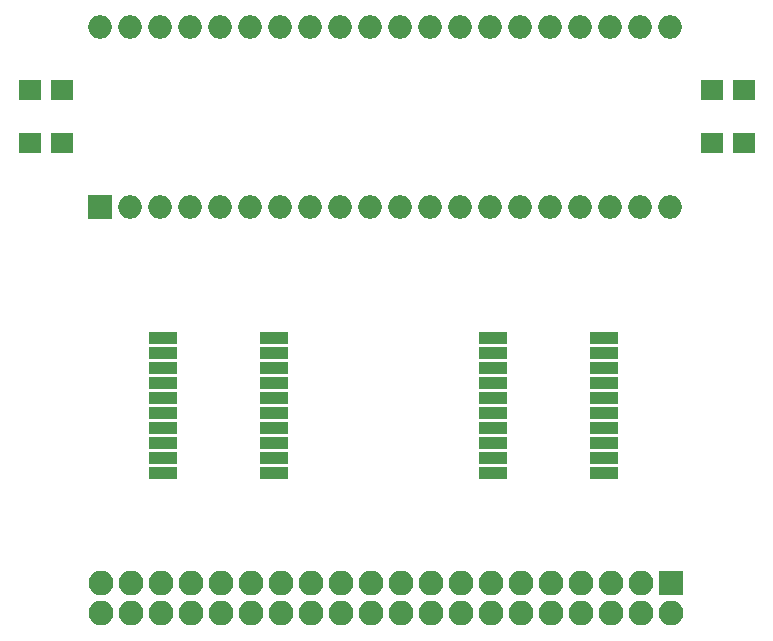
<source format=gbr>
G04 #@! TF.FileFunction,Soldermask,Bot*
%FSLAX46Y46*%
G04 Gerber Fmt 4.6, Leading zero omitted, Abs format (unit mm)*
G04 Created by KiCad (PCBNEW 4.0.7) date 03/01/18 16:16:53*
%MOMM*%
%LPD*%
G01*
G04 APERTURE LIST*
%ADD10C,0.100000*%
%ADD11R,2.000000X2.000000*%
%ADD12O,2.000000X2.000000*%
%ADD13R,2.100000X2.100000*%
%ADD14O,2.100000X2.100000*%
%ADD15R,1.900000X1.700000*%
%ADD16R,2.350000X1.000000*%
G04 APERTURE END LIST*
D10*
D11*
X101092000Y-81026000D03*
D12*
X149352000Y-65786000D03*
X103632000Y-81026000D03*
X146812000Y-65786000D03*
X106172000Y-81026000D03*
X144272000Y-65786000D03*
X108712000Y-81026000D03*
X141732000Y-65786000D03*
X111252000Y-81026000D03*
X139192000Y-65786000D03*
X113792000Y-81026000D03*
X136652000Y-65786000D03*
X116332000Y-81026000D03*
X134112000Y-65786000D03*
X118872000Y-81026000D03*
X131572000Y-65786000D03*
X121412000Y-81026000D03*
X129032000Y-65786000D03*
X123952000Y-81026000D03*
X126492000Y-65786000D03*
X126492000Y-81026000D03*
X123952000Y-65786000D03*
X129032000Y-81026000D03*
X121412000Y-65786000D03*
X131572000Y-81026000D03*
X118872000Y-65786000D03*
X134112000Y-81026000D03*
X116332000Y-65786000D03*
X136652000Y-81026000D03*
X113792000Y-65786000D03*
X139192000Y-81026000D03*
X111252000Y-65786000D03*
X141732000Y-81026000D03*
X108712000Y-65786000D03*
X144272000Y-81026000D03*
X106172000Y-65786000D03*
X146812000Y-81026000D03*
X103632000Y-65786000D03*
X149352000Y-81026000D03*
X101092000Y-65786000D03*
D13*
X149454000Y-112878000D03*
D14*
X149454000Y-115418000D03*
X146914000Y-112878000D03*
X146914000Y-115418000D03*
X144374000Y-112878000D03*
X144374000Y-115418000D03*
X141834000Y-112878000D03*
X141834000Y-115418000D03*
X139294000Y-112878000D03*
X139294000Y-115418000D03*
X136754000Y-112878000D03*
X136754000Y-115418000D03*
X134214000Y-112878000D03*
X134214000Y-115418000D03*
X131674000Y-112878000D03*
X131674000Y-115418000D03*
X129134000Y-112878000D03*
X129134000Y-115418000D03*
X126594000Y-112878000D03*
X126594000Y-115418000D03*
X124054000Y-112878000D03*
X124054000Y-115418000D03*
X121514000Y-112878000D03*
X121514000Y-115418000D03*
X118974000Y-112878000D03*
X118974000Y-115418000D03*
X116434000Y-112878000D03*
X116434000Y-115418000D03*
X113894000Y-112878000D03*
X113894000Y-115418000D03*
X111354000Y-112878000D03*
X111354000Y-115418000D03*
X108814000Y-112878000D03*
X108814000Y-115418000D03*
X106274000Y-112878000D03*
X106274000Y-115418000D03*
X103734000Y-112878000D03*
X103734000Y-115418000D03*
X101194000Y-112878000D03*
X101194000Y-115418000D03*
D15*
X97870000Y-75565000D03*
X95170000Y-75565000D03*
X97870000Y-71120000D03*
X95170000Y-71120000D03*
X152955000Y-75565000D03*
X155655000Y-75565000D03*
X152955000Y-71120000D03*
X155655000Y-71120000D03*
D16*
X143765000Y-92075000D03*
X143765000Y-93345000D03*
X143765000Y-94615000D03*
X143765000Y-95885000D03*
X143765000Y-97155000D03*
X143765000Y-98425000D03*
X143765000Y-99695000D03*
X143765000Y-100965000D03*
X143765000Y-102235000D03*
X143765000Y-103505000D03*
X134365000Y-103505000D03*
X134365000Y-102235000D03*
X134365000Y-100965000D03*
X134365000Y-99695000D03*
X134365000Y-98425000D03*
X134365000Y-97155000D03*
X134365000Y-95885000D03*
X134365000Y-94615000D03*
X134365000Y-93345000D03*
X134365000Y-92075000D03*
X115825000Y-92075000D03*
X115825000Y-93345000D03*
X115825000Y-94615000D03*
X115825000Y-95885000D03*
X115825000Y-97155000D03*
X115825000Y-98425000D03*
X115825000Y-99695000D03*
X115825000Y-100965000D03*
X115825000Y-102235000D03*
X115825000Y-103505000D03*
X106425000Y-103505000D03*
X106425000Y-102235000D03*
X106425000Y-100965000D03*
X106425000Y-99695000D03*
X106425000Y-98425000D03*
X106425000Y-97155000D03*
X106425000Y-95885000D03*
X106425000Y-94615000D03*
X106425000Y-93345000D03*
X106425000Y-92075000D03*
M02*

</source>
